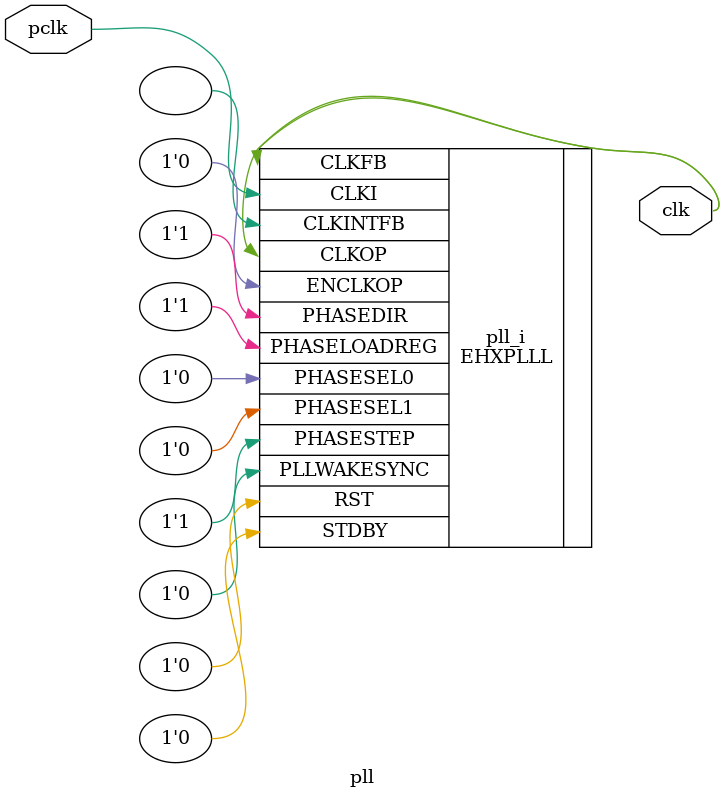
<source format=v>
/*

 */
`default_nettype none
`timescale 1ns/1ps
module test_sdd(
           input wire clk_25mhz,
           inout wire [GPIO_NR -1:0] gpio,
           output wire [24:21] gn,
           output wire [24:21] gp
       );

//localparam SYSTEM_CLK = 110_000_000;
localparam SYSTEM_CLK = 80_000_000;
localparam GPIO_NR = 8;
 /* gpio */
 reg  [GPIO_NR -1:0] gpio_output_en;
 wire [GPIO_NR -1:0] gpio_in;
 reg  [GPIO_NR -1:0] gpio_output_val;

wire [31:0] mem_din;

 wire gpio_output_wr;
 wire gpio_output_val_wr;
 wire gpio_output_en_wr;

 /* input */
 assign gpio_in = gpio;

 /* output */
 genvar i;
 generate
   for (i = 0; i < GPIO_NR; i = i +1) begin
     assign gpio[i] = gpio_output_en[i] ? gpio_output_val[i] : 1'bz;
   end
 endgenerate

 always @(posedge clk) begin
   if (!resetn) begin
     gpio_output_en  <=  0;  // default all is input pin
     gpio_output_val <=  0;  // digilent led 0: off 1:0
   end else begin
     gpio_output_val <= gpio_output_val_wr ? mem_din[GPIO_NR -1:0] : gpio_output_val;
     gpio_output_en  <= gpio_output_en_wr  ? mem_din[GPIO_NR -1:0] : gpio_output_en;
   end
 end

// reset
reg [15:0] reset_cnt = 0;
wire resetn = 0;
always @(posedge clk) begin
    if (reset_cnt == 0) begin
        resetn <= 1;
    end else begin
        resetn <= 0;
    end
    reset_cnt <= reset_cnt + {14'b0, !resetn};
end

//wire clk = clk_25mhz;
wire clk;
pll #(SYSTEM_CLK/1_000_000) pll_i(clk_25mhz, clk);

wire   oled_cs;
wire   oled_mosi;
wire   oled_sck;
wire   oled_dc;
wire   oled_rst;
wire   oled_vccen;
wire   oled_pmoden;
reg [7:0]    oled_x_dc;
reg [7:0]    oled_y_data;
reg [15:0]   oled_rgb;
reg          oled_strobe;
reg          oled_setpixel_raw8tx;

wire         oled_ready;
wire         oled_valid;
assign gn[24] = oled_cs;
assign gn[23] = oled_mosi;
assign gn[21] = oled_sck;

assign gp[24] = oled_dc;
assign gp[23] = oled_rst;
assign gp[22] = oled_vccen;
assign gp[21] = oled_pmoden;

sdd1331_gen_pattern ssd_clk(
           .clk(clk),
           .out_hcnt(oled_x_dc),
           .out_vcnt(oled_y_data),
           .rgb(oled_rgb),
           .rst(~resetn)
       );


oled_ssd1331 #(.SYSTEM_CLK(SYSTEM_CLK))
             oled_ssd1331_i(
                 .clk(clk),
                 .resetn(resetn),
                 .oled_rst(oled_rst),
                 .strobe(oled_strobe),
                 .setpixel_raw8tx(oled_setpixel_raw8tx),
                 .x_dc(oled_x_dc),
                 .y_data(oled_y_data),
                 .rgb(oled_rgb),
                 .ready(oled_ready),
                 .valid(oled_valid),
                 .spi_cs(oled_cs),
                 .spi_dc(oled_dc),
                 .spi_mosi(oled_mosi),
                 .spi_sck(oled_sck),
                 .vccen(oled_vccen),
                 .pmoden(oled_pmoden)
             );


endmodule

    /*
     * Do not edit this file, it was generated by gen_pll.sh
     *
     *   FPGA kind      : ECP5
     *   Input frequency: 25 MHz
     */

    module pll #(
        parameter freq = 40
    ) (
        input wire pclk,
        output wire clk
    );
(* ICP_CURRENT="12" *) (* LPF_RESISTOR="8" *) (* MFG_ENABLE_FILTEROPAMP="1" *) (* MFG_GMCREF_SEL="2" *)
EHXPLLL pll_i (
            .RST(1'b0),
            .STDBY(1'b0),
            .CLKI(pclk),
            .CLKOP(clk),
            .CLKFB(clk),
            .CLKINTFB(),
            .PHASESEL0(1'b0),
            .PHASESEL1(1'b0),
            .PHASEDIR(1'b1),
            .PHASESTEP(1'b1),
            .PHASELOADREG(1'b1),
            .PLLWAKESYNC(1'b0),
            .ENCLKOP(1'b0)
        );
defparam pll_i.PLLRST_ENA = "DISABLED";
defparam pll_i.INTFB_WAKE = "DISABLED";
defparam pll_i.STDBY_ENABLE = "DISABLED";
defparam pll_i.DPHASE_SOURCE = "DISABLED";
defparam pll_i.OUTDIVIDER_MUXA = "DIVA";
defparam pll_i.OUTDIVIDER_MUXB = "DIVB";
defparam pll_i.OUTDIVIDER_MUXC = "DIVC";
defparam pll_i.OUTDIVIDER_MUXD = "DIVD";
defparam pll_i.CLKOP_ENABLE = "ENABLED";
defparam pll_i.CLKOP_FPHASE = 0;
defparam pll_i.FEEDBK_PATH = "CLKOP";
generate
    case(freq)
        16: begin
            defparam pll_i.CLKI_DIV=8;
            defparam pll_i.CLKOP_DIV=38;
            defparam pll_i.CLKOP_CPHASE=18;
            defparam pll_i.CLKFB_DIV=5;
        end
        20: begin
            defparam pll_i.CLKI_DIV=5;
            defparam pll_i.CLKOP_DIV=30;
            defparam pll_i.CLKOP_CPHASE=15;
            defparam pll_i.CLKFB_DIV=4;
        end
        24: begin
            defparam pll_i.CLKI_DIV=1;
            defparam pll_i.CLKOP_DIV=24;
            defparam pll_i.CLKOP_CPHASE=11;
            defparam pll_i.CLKFB_DIV=1;
        end
        25: begin
            defparam pll_i.CLKI_DIV=1;
            defparam pll_i.CLKOP_DIV=24;
            defparam pll_i.CLKOP_CPHASE=11;
            defparam pll_i.CLKFB_DIV=1;
        end
        30: begin
            defparam pll_i.CLKI_DIV=5;
            defparam pll_i.CLKOP_DIV=20;
            defparam pll_i.CLKOP_CPHASE=9;
            defparam pll_i.CLKFB_DIV=6;
        end
        35: begin
            defparam pll_i.CLKI_DIV=5;
            defparam pll_i.CLKOP_DIV=17;
            defparam pll_i.CLKOP_CPHASE=8;
            defparam pll_i.CLKFB_DIV=7;
        end
        40: begin
            defparam pll_i.CLKI_DIV=5;
            defparam pll_i.CLKOP_DIV=15;
            defparam pll_i.CLKOP_CPHASE=7;
            defparam pll_i.CLKFB_DIV=8;
        end
        45: begin
            defparam pll_i.CLKI_DIV=5;
            defparam pll_i.CLKOP_DIV=13;
            defparam pll_i.CLKOP_CPHASE=6;
            defparam pll_i.CLKFB_DIV=9;
        end
        48: begin
            defparam pll_i.CLKI_DIV=8;
            defparam pll_i.CLKOP_DIV=13;
            defparam pll_i.CLKOP_CPHASE=6;
            defparam pll_i.CLKFB_DIV=15;
        end
        50: begin
            defparam pll_i.CLKI_DIV=1;
            defparam pll_i.CLKOP_DIV=12;
            defparam pll_i.CLKOP_CPHASE=5;
            defparam pll_i.CLKFB_DIV=2;
        end
        55: begin
            defparam pll_i.CLKI_DIV=5;
            defparam pll_i.CLKOP_DIV=11;
            defparam pll_i.CLKOP_CPHASE=5;
            defparam pll_i.CLKFB_DIV=11;
        end
        60: begin
            defparam pll_i.CLKI_DIV=5;
            defparam pll_i.CLKOP_DIV=10;
            defparam pll_i.CLKOP_CPHASE=4;
            defparam pll_i.CLKFB_DIV=12;
        end
        65: begin
            defparam pll_i.CLKI_DIV=5;
            defparam pll_i.CLKOP_DIV=9;
            defparam pll_i.CLKOP_CPHASE=4;
            defparam pll_i.CLKFB_DIV=13;
        end
        66: begin
            defparam pll_i.CLKI_DIV=8;
            defparam pll_i.CLKOP_DIV=9;
            defparam pll_i.CLKOP_CPHASE=4;
            defparam pll_i.CLKFB_DIV=21;
        end
        70: begin
            defparam pll_i.CLKI_DIV=5;
            defparam pll_i.CLKOP_DIV=9;
            defparam pll_i.CLKOP_CPHASE=4;
            defparam pll_i.CLKFB_DIV=14;
        end
        75: begin
            defparam pll_i.CLKI_DIV=1;
            defparam pll_i.CLKOP_DIV=8;
            defparam pll_i.CLKOP_CPHASE=4;
            defparam pll_i.CLKFB_DIV=3;
        end
        80: begin
            defparam pll_i.CLKI_DIV=5;
            defparam pll_i.CLKOP_DIV=7;
            defparam pll_i.CLKOP_CPHASE=3;
            defparam pll_i.CLKFB_DIV=16;
        end
        85: begin
            defparam pll_i.CLKI_DIV=5;
            defparam pll_i.CLKOP_DIV=7;
            defparam pll_i.CLKOP_CPHASE=3;
            defparam pll_i.CLKFB_DIV=17;
        end
        90: begin
            defparam pll_i.CLKI_DIV=5;
            defparam pll_i.CLKOP_DIV=7;
            defparam pll_i.CLKOP_CPHASE=3;
            defparam pll_i.CLKFB_DIV=18;
        end
        95: begin
            defparam pll_i.CLKI_DIV=5;
            defparam pll_i.CLKOP_DIV=6;
            defparam pll_i.CLKOP_CPHASE=3;
            defparam pll_i.CLKFB_DIV=19;
        end
        100: begin
            defparam pll_i.CLKI_DIV=1;
            defparam pll_i.CLKOP_DIV=6;
            defparam pll_i.CLKOP_CPHASE=2;
            defparam pll_i.CLKFB_DIV=4;
        end
        105: begin
            defparam pll_i.CLKI_DIV=5;
            defparam pll_i.CLKOP_DIV=6;
            defparam pll_i.CLKOP_CPHASE=2;
            defparam pll_i.CLKFB_DIV=21;
        end
        110: begin
            defparam pll_i.CLKI_DIV=5;
            defparam pll_i.CLKOP_DIV=5;
            defparam pll_i.CLKOP_CPHASE=2;
            defparam pll_i.CLKFB_DIV=22;
        end
        115: begin
            defparam pll_i.CLKI_DIV=5;
            defparam pll_i.CLKOP_DIV=5;
            defparam pll_i.CLKOP_CPHASE=2;
            defparam pll_i.CLKFB_DIV=23;
        end
        120: begin
            defparam pll_i.CLKI_DIV=5;
            defparam pll_i.CLKOP_DIV=5;
            defparam pll_i.CLKOP_CPHASE=2;
            defparam pll_i.CLKFB_DIV=24;
        end
        125: begin
            defparam pll_i.CLKI_DIV=1;
            defparam pll_i.CLKOP_DIV=5;
            defparam pll_i.CLKOP_CPHASE=2;
            defparam pll_i.CLKFB_DIV=5;
        end
        130: begin
            defparam pll_i.CLKI_DIV=5;
            defparam pll_i.CLKOP_DIV=5;
            defparam pll_i.CLKOP_CPHASE=2;
            defparam pll_i.CLKFB_DIV=26;
        end
        135: begin
            defparam pll_i.CLKI_DIV=5;
            defparam pll_i.CLKOP_DIV=4;
            defparam pll_i.CLKOP_CPHASE=2;
            defparam pll_i.CLKFB_DIV=27;
        end
        140: begin
            defparam pll_i.CLKI_DIV=5;
            defparam pll_i.CLKOP_DIV=4;
            defparam pll_i.CLKOP_CPHASE=1;
            defparam pll_i.CLKFB_DIV=28;
        end
        default: UNKNOWN_FREQUENCY unknown_frequency();
    endcase
endgenerate
endmodule

</source>
